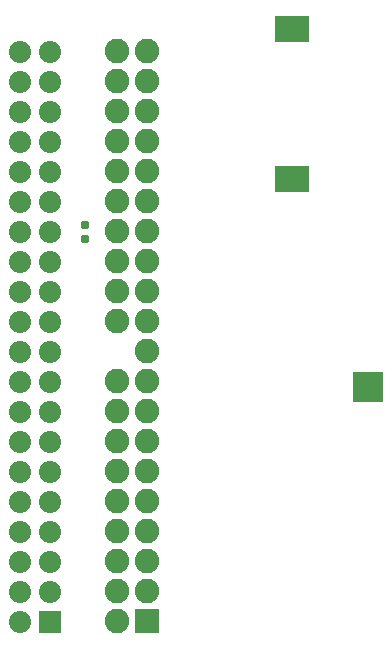
<source format=gbr>
%TF.GenerationSoftware,KiCad,Pcbnew,8.0.3*%
%TF.CreationDate,2024-07-19T14:19:01+01:00*%
%TF.ProjectId,xbox2sata,78626f78-3273-4617-9461-2e6b69636164,0.1*%
%TF.SameCoordinates,Original*%
%TF.FileFunction,Soldermask,Bot*%
%TF.FilePolarity,Negative*%
%FSLAX46Y46*%
G04 Gerber Fmt 4.6, Leading zero omitted, Abs format (unit mm)*
G04 Created by KiCad (PCBNEW 8.0.3) date 2024-07-19 14:19:01*
%MOMM*%
%LPD*%
G01*
G04 APERTURE LIST*
G04 Aperture macros list*
%AMRoundRect*
0 Rectangle with rounded corners*
0 $1 Rounding radius*
0 $2 $3 $4 $5 $6 $7 $8 $9 X,Y pos of 4 corners*
0 Add a 4 corners polygon primitive as box body*
4,1,4,$2,$3,$4,$5,$6,$7,$8,$9,$2,$3,0*
0 Add four circle primitives for the rounded corners*
1,1,$1+$1,$2,$3*
1,1,$1+$1,$4,$5*
1,1,$1+$1,$6,$7*
1,1,$1+$1,$8,$9*
0 Add four rect primitives between the rounded corners*
20,1,$1+$1,$2,$3,$4,$5,0*
20,1,$1+$1,$4,$5,$6,$7,0*
20,1,$1+$1,$6,$7,$8,$9,0*
20,1,$1+$1,$8,$9,$2,$3,0*%
G04 Aperture macros list end*
%ADD10RoundRect,0.102000X0.937500X-0.937500X0.937500X0.937500X-0.937500X0.937500X-0.937500X-0.937500X0*%
%ADD11C,2.079000*%
%ADD12R,2.500000X2.500000*%
%ADD13R,3.000000X2.200000*%
%ADD14R,1.875000X1.875000*%
%ADD15C,1.875000*%
%ADD16RoundRect,0.160000X-0.160000X0.197500X-0.160000X-0.197500X0.160000X-0.197500X0.160000X0.197500X0*%
G04 APERTURE END LIST*
D10*
%TO.C,J2*%
X116340000Y-110440000D03*
D11*
X113800000Y-110440000D03*
X116340000Y-107900000D03*
X113800000Y-107900000D03*
X116340000Y-105360000D03*
X113800000Y-105360000D03*
X116340000Y-102820000D03*
X113800000Y-102820000D03*
X116340000Y-100280000D03*
X113800000Y-100280000D03*
X116340000Y-97740000D03*
X113800000Y-97740000D03*
X116340000Y-95200000D03*
X113800000Y-95200000D03*
X116340000Y-92660000D03*
X113800000Y-92660000D03*
X116340000Y-90120000D03*
X113800000Y-90120000D03*
X116340000Y-87580000D03*
X116340000Y-85040000D03*
X113800000Y-85040000D03*
X116340000Y-82500000D03*
X113800000Y-82500000D03*
X116340000Y-79960000D03*
X113800000Y-79960000D03*
X116340000Y-77420000D03*
X113800000Y-77420000D03*
X116340000Y-74880000D03*
X113800000Y-74880000D03*
X116340000Y-72340000D03*
X113800000Y-72340000D03*
X116340000Y-69800000D03*
X113800000Y-69800000D03*
X116340000Y-67260000D03*
X113800000Y-67260000D03*
X116340000Y-64720000D03*
X113800000Y-64720000D03*
X116340000Y-62180000D03*
X113800000Y-62180000D03*
%TD*%
D12*
%TO.C,TP2*%
X135050000Y-90600000D03*
%TD*%
D13*
%TO.C,J3*%
X128650000Y-73000000D03*
X128650000Y-60260000D03*
%TD*%
D14*
%TO.C,J1*%
X108155000Y-110465000D03*
D15*
X105615000Y-110465000D03*
X108155000Y-107925000D03*
X105615000Y-107925000D03*
X108155000Y-105385000D03*
X105615000Y-105385000D03*
X108155000Y-102845000D03*
X105615000Y-102845000D03*
X108155000Y-100305000D03*
X105615000Y-100305000D03*
X108155000Y-97765000D03*
X105615000Y-97765000D03*
X108155000Y-95225000D03*
X105615000Y-95225000D03*
X108155000Y-92685000D03*
X105615000Y-92685000D03*
X108155000Y-90145000D03*
X105615000Y-90145000D03*
X108155000Y-87605000D03*
X105615000Y-87605000D03*
X108155000Y-85065000D03*
X105615000Y-85065000D03*
X108155000Y-82525000D03*
X105615000Y-82525000D03*
X108155000Y-79985000D03*
X105615000Y-79985000D03*
X108155000Y-77445000D03*
X105615000Y-77445000D03*
X108155000Y-74905000D03*
X105615000Y-74905000D03*
X108155000Y-72365000D03*
X105615000Y-72365000D03*
X108155000Y-69825000D03*
X105615000Y-69825000D03*
X108155000Y-67285000D03*
X105615000Y-67285000D03*
X108155000Y-64745000D03*
X105615000Y-64745000D03*
X108155000Y-62205000D03*
X105615000Y-62205000D03*
%TD*%
D16*
%TO.C,R14*%
X111090000Y-76862500D03*
X111090000Y-78057500D03*
%TD*%
M02*

</source>
